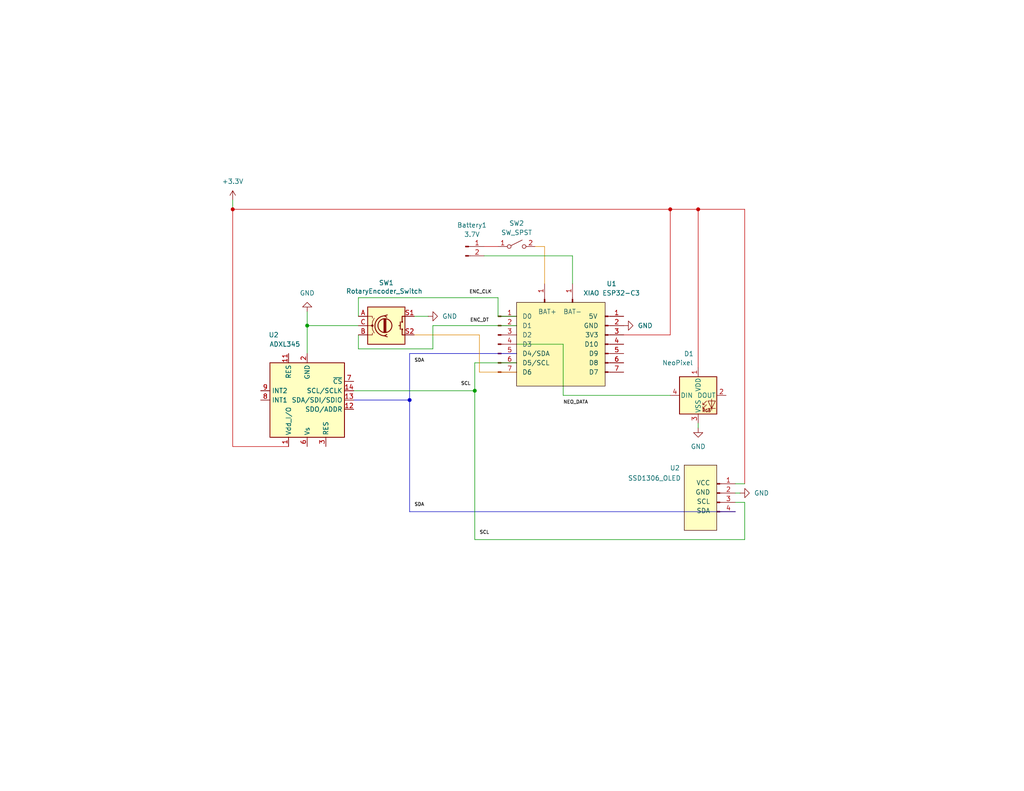
<source format=kicad_sch>
(kicad_sch (version 20250114) (generator "eeschema") (generator_version "9.0")
  (paper "USLetter")
  (title_block (title "Harvest Hustle_Schematic Design") (date "2025-12-02"))
  (lib_symbols
    (symbol "Connector:Conn_01x01_Pin" (pin_names (offset 1.016) (hide yes))
      (property "Reference" "J" (at 0 2.54 0))
      (property "Value" "Conn_01x01_Pin" (at 0 -2.54 0))
      (symbol "Conn_01x01_Pin_1_1"
        (rectangle (start 0.8636 0.127) (end 0 -0.127) (stroke (width 0.1524)) (fill (type outline)))
        (polyline (pts (xy 1.27 0) (xy 0.8636 0)) (stroke (width 0.1524)))
        (pin passive line (at 5.08 0 180) (length 3.81) (name "Pin_1") (number "1"))
      )
    )
    (symbol "Connector:Conn_01x02_Pin" (pin_names (offset 1.016) (hide yes))
      (property "Reference" "J" (at 0 2.54 0))
      (property "Value" "Conn_01x02_Pin" (at 0 -5.08 0))
      (symbol "Conn_01x02_Pin_1_1"
        (rectangle (start 0.8636 0.127) (end 0 -0.127) (stroke (width 0.1524)) (fill (type outline)))
        (rectangle (start 0.8636 -2.413) (end 0 -2.667) (stroke (width 0.1524)) (fill (type outline)))
        (polyline (pts (xy 1.27 0) (xy 0.8636 0)) (stroke (width 0.1524)))
        (polyline (pts (xy 1.27 -2.54) (xy 0.8636 -2.54)) (stroke (width 0.1524)))
        (pin passive line (at 5.08 0 180) (length 3.81) (name "Pin_1") (number "1"))
        (pin passive line (at 5.08 -2.54 180) (length 3.81) (name "Pin_2") (number "2"))
      )
    )
    (symbol "Connector:Conn_01x04_Pin" (pin_names (offset 1.016) (hide yes))
      (property "Reference" "J" (at 0 5.08 0))
      (property "Value" "Conn_01x04_Pin" (at 0 -7.62 0))
      (symbol "Conn_01x04_Pin_1_1"
        (rectangle (start 0.8636 2.667) (end 0 2.413) (stroke (width 0.1524)) (fill (type outline)))
        (rectangle (start 0.8636 0.127) (end 0 -0.127) (stroke (width 0.1524)) (fill (type outline)))
        (rectangle (start 0.8636 -2.413) (end 0 -2.667) (stroke (width 0.1524)) (fill (type outline)))
        (rectangle (start 0.8636 -4.953) (end 0 -5.207) (stroke (width 0.1524)) (fill (type outline)))
        (polyline (pts (xy 1.27 2.54) (xy 0.8636 2.54)) (stroke (width 0.1524)))
        (polyline (pts (xy 1.27 0) (xy 0.8636 0)) (stroke (width 0.1524)))
        (polyline (pts (xy 1.27 -2.54) (xy 0.8636 -2.54)) (stroke (width 0.1524)))
        (polyline (pts (xy 1.27 -5.08) (xy 0.8636 -5.08)) (stroke (width 0.1524)))
        (pin passive line (at 5.08 2.54 180) (length 3.81) (name "Pin_1") (number "1"))
        (pin passive line (at 5.08 0 180) (length 3.81) (name "Pin_2") (number "2"))
        (pin passive line (at 5.08 -2.54 180) (length 3.81) (name "Pin_3") (number "3"))
        (pin passive line (at 5.08 -5.08 180) (length 3.81) (name "Pin_4") (number "4"))
      )
    )
    (symbol "Connector:Conn_01x07_Pin" (pin_names (offset 1.016) (hide yes))
      (property "Reference" "J" (at 0 10.16 0))
      (property "Value" "Conn_01x07_Pin" (at 0 -10.16 0))
      (symbol "Conn_01x07_Pin_1_1"
        (rectangle (start 0.8636 7.747) (end 0 7.493) (stroke (width 0.1524)) (fill (type outline)))
        (rectangle (start 0.8636 5.207) (end 0 4.953) (stroke (width 0.1524)) (fill (type outline)))
        (rectangle (start 0.8636 2.667) (end 0 2.413) (stroke (width 0.1524)) (fill (type outline)))
        (rectangle (start 0.8636 0.127) (end 0 -0.127) (stroke (width 0.1524)) (fill (type outline)))
        (rectangle (start 0.8636 -2.413) (end 0 -2.667) (stroke (width 0.1524)) (fill (type outline)))
        (rectangle (start 0.8636 -4.953) (end 0 -5.207) (stroke (width 0.1524)) (fill (type outline)))
        (rectangle (start 0.8636 -7.493) (end 0 -7.747) (stroke (width 0.1524)) (fill (type outline)))
        (polyline (pts (xy 1.27 7.62) (xy 0.8636 7.62)) (stroke (width 0.1524)))
        (polyline (pts (xy 1.27 5.08) (xy 0.8636 5.08)) (stroke (width 0.1524)))
        (polyline (pts (xy 1.27 2.54) (xy 0.8636 2.54)) (stroke (width 0.1524)))
        (polyline (pts (xy 1.27 0) (xy 0.8636 0)) (stroke (width 0.1524)))
        (polyline (pts (xy 1.27 -2.54) (xy 0.8636 -2.54)) (stroke (width 0.1524)))
        (polyline (pts (xy 1.27 -5.08) (xy 0.8636 -5.08)) (stroke (width 0.1524)))
        (polyline (pts (xy 1.27 -7.62) (xy 0.8636 -7.62)) (stroke (width 0.1524)))
        (pin passive line (at 5.08 7.62 180) (length 3.81) (name "Pin_1") (number "1"))
        (pin passive line (at 5.08 5.08 180) (length 3.81) (name "Pin_2") (number "2"))
        (pin passive line (at 5.08 2.54 180) (length 3.81) (name "Pin_3") (number "3"))
        (pin passive line (at 5.08 0 180) (length 3.81) (name "Pin_4") (number "4"))
        (pin passive line (at 5.08 -2.54 180) (length 3.81) (name "Pin_5") (number "5"))
        (pin passive line (at 5.08 -5.08 180) (length 3.81) (name "Pin_6") (number "6"))
        (pin passive line (at 5.08 -7.62 180) (length 3.81) (name "Pin_7") (number "7"))
      )
    )
    (symbol "Device:RotaryEncoder_Switch" (pin_names (offset 0.254) (hide yes))
      (property "Reference" "SW" (at 0 6.604 0))
      (property "Value" "RotaryEncoder_Switch" (at 0 -6.604 0))
      (symbol "RotaryEncoder_Switch_0_1"
        (rectangle (start -5.08 5.08) (end 5.08 -5.08) (stroke (width 0.254)) (fill (type background)))
        (polyline (pts (xy -5.08 2.54) (xy -3.81 2.54) (xy -3.81 2.032)))
        (polyline (pts (xy -5.08 0) (xy -3.81 0) (xy -3.81 -1.016) (xy -3.302 -2.032)))
        (polyline (pts (xy -5.08 -2.54) (xy -3.81 -2.54) (xy -3.81 -2.032)))
        (polyline (pts (xy -4.318 0) (xy -3.81 0) (xy -3.81 1.016) (xy -3.302 2.032)))
        (circle (center -3.81 0) (radius 0.254) (fill (type outline)))
        (polyline (pts (xy -0.635 -1.778) (xy -0.635 1.778)) (stroke (width 0.254)))
        (circle (center -0.381 0) (radius 1.905) (stroke (width 0.254)))
        (polyline (pts (xy -0.381 -1.778) (xy -0.381 1.778)) (stroke (width 0.254)))
        (arc (start -0.381 -2.794) (mid -3.0988 -0.0635) (end -0.381 2.667) (stroke (width 0.254)))
        (polyline (pts (xy -0.127 1.778) (xy -0.127 -1.778)) (stroke (width 0.254)))
        (polyline (pts (xy 0.254 2.921) (xy -0.508 2.667) (xy 0.127 2.286)) (stroke (width 0.254)))
        (polyline (pts (xy 0.254 -3.048) (xy -0.508 -2.794) (xy 0.127 -2.413)) (stroke (width 0.254)))
        (polyline (pts (xy 3.81 1.016) (xy 3.81 -1.016)) (stroke (width 0.254)))
        (polyline (pts (xy 3.81 0) (xy 3.429 0)) (stroke (width 0.254)))
        (circle (center 4.318 1.016) (radius 0.127) (stroke (width 0.254)))
        (circle (center 4.318 -1.016) (radius 0.127) (stroke (width 0.254)))
        (polyline (pts (xy 5.08 2.54) (xy 4.318 2.54) (xy 4.318 1.016)) (stroke (width 0.254)))
        (polyline (pts (xy 5.08 -2.54) (xy 4.318 -2.54) (xy 4.318 -1.016)) (stroke (width 0.254)))
      )
      (symbol "RotaryEncoder_Switch_1_1"
        (pin passive line (at -7.62 2.54 0) (length 2.54) (name "A") (number "A"))
        (pin passive line (at -7.62 0 0) (length 2.54) (name "C") (number "C"))
        (pin passive line (at -7.62 -2.54 0) (length 2.54) (name "B") (number "B"))
        (pin passive line (at 7.62 2.54 180) (length 2.54) (name "S1") (number "S1"))
        (pin passive line (at 7.62 -2.54 180) (length 2.54) (name "S2") (number "S2"))
      )
    )
    (symbol "LED:WS2812B" (pin_names (offset 0.254))
      (property "Reference" "D" (at 5.08 5.715 0))
      (property "Value" "WS2812B" (at 1.27 -5.715 0))
      (symbol "WS2812B_0_0"
        (text "RGB" (at 2.286 -4.191 0) (effects (font (size 0.762 0.762))))
      )
      (symbol "WS2812B_0_1"
        (polyline (pts (xy 1.27 -2.54) (xy 1.778 -2.54)))
        (polyline (pts (xy 1.27 -3.556) (xy 1.778 -3.556)))
        (polyline (pts (xy 2.286 -1.524) (xy 1.27 -2.54) (xy 1.27 -2.032)))
        (polyline (pts (xy 2.286 -2.54) (xy 1.27 -3.556) (xy 1.27 -3.048)))
        (polyline (pts (xy 3.683 -1.016) (xy 3.683 -3.556) (xy 3.683 -4.064)))
        (polyline (pts (xy 4.699 -1.524) (xy 2.667 -1.524) (xy 3.683 -3.556) (xy 4.699 -1.524)))
        (polyline (pts (xy 4.699 -3.556) (xy 2.667 -3.556)))
        (rectangle (start 5.08 5.08) (end -5.08 -5.08) (stroke (width 0.254)) (fill (type background)))
      )
      (symbol "WS2812B_1_1"
        (pin input line (at -7.62 0 0) (length 2.54) (name "DIN") (number "4"))
        (pin power_in line (at 0 7.62 270) (length 2.54) (name "VDD") (number "1"))
        (pin power_in line (at 0 -7.62 90) (length 2.54) (name "VSS") (number "3"))
        (pin output line (at 7.62 0 180) (length 2.54) (name "DOUT") (number "2"))
      )
    )
    (symbol "Sensor_Motion:ADXL343"
      (property "Reference" "U" (at -8.89 11.43 0))
      (property "Value" "ADXL343" (at -7.62 -11.43 0))
      (symbol "ADXL343_0_1"
        (rectangle (start -10.16 10.16) (end 10.16 -10.16) (stroke (width 0.254)) (fill (type background)))
      )
      (symbol "ADXL343_1_1"
        (pin bidirectional line (at -12.7 2.54 0) (length 2.54) (name "SDO/ADDR") (number "12"))
        (pin bidirectional line (at -12.7 0 0) (length 2.54) (name "SDA/SDI/SDIO") (number "13"))
        (pin input line (at -12.7 -2.54 0) (length 2.54) (name "SCL/SCLK") (number "14"))
        (pin input line (at -12.7 -5.08 0) (length 2.54) (name "~{CS}") (number "7"))
        (pin passive line (at -5.08 12.7 270) (length 2.54) (name "RES") (number "3"))
        (pin no_connect line (at -5.08 -10.16 90) (length 2.54) (hide yes) (name "NC") (number "10"))
        (pin power_in line (at 0 12.7 270) (length 2.54) (name "Vs") (number "6"))
        (pin power_in line (at 0 -12.7 90) (length 2.54) (name "GND") (number "2"))
        (pin passive line (at 0 -12.7 90) (length 2.54) (hide yes) (name "GND") (number "4"))
        (pin passive line (at 0 -12.7 90) (length 2.54) (hide yes) (name "GND") (number "5"))
        (pin power_in line (at 5.08 12.7 270) (length 2.54) (name "Vdd_I/O") (number "1"))
        (pin passive line (at 5.08 -12.7 90) (length 2.54) (name "RES") (number "11"))
        (pin output line (at 12.7 0 180) (length 2.54) (name "INT1") (number "8"))
        (pin output line (at 12.7 -2.54 180) (length 2.54) (name "INT2") (number "9"))
      )
    )
    (symbol "Switch:SW_SPST" (pin_names (offset 0) (hide yes))
      (property "Reference" "SW" (at 0 3.175 0))
      (property "Value" "SW_SPST" (at 0 -2.54 0))
      (symbol "SW_SPST_0_0"
        (circle (center -2.032 0) (radius 0.508))
        (polyline (pts (xy -1.524 0.254) (xy 1.524 1.778)))
        (circle (center 2.032 0) (radius 0.508))
      )
      (symbol "SW_SPST_1_1"
        (pin passive line (at -5.08 0 0) (length 2.54) (name "A") (number "1"))
        (pin passive line (at 5.08 0 180) (length 2.54) (name "B") (number "2"))
      )
    )
    (symbol "power:+3.3V" (power) (pin_numbers (hide yes)) (pin_names (offset 0) (hide yes))
      (property "Value" "+3.3V" (at 0 3.556 0))
      (symbol "+3.3V_0_1"
        (polyline (pts (xy -0.762 1.27) (xy 0 2.54)))
        (polyline (pts (xy 0 2.54) (xy 0.762 1.27)))
        (polyline (pts (xy 0 0) (xy 0 2.54)))
      )
      (symbol "+3.3V_1_1"
        (pin power_in line (at 0 0 90) (length 0) (name "~") (number "1"))
      )
    )
    (symbol "power:GND" (power) (pin_numbers (hide yes)) (pin_names (offset 0) (hide yes))
      (property "Value" "GND" (at 0 -3.81 0))
      (symbol "GND_0_1"
        (polyline (pts (xy 0 0) (xy 0 -1.27) (xy 1.27 -1.27) (xy 0 -2.54) (xy -1.27 -1.27) (xy 0 -1.27)))
      )
      (symbol "GND_1_1"
        (pin power_in line (at 0 0 270) (length 0) (name "~") (number "1"))
      )
    )
  )
  (rectangle (start 195.58 127) (end 186.69 144.78) (stroke (width 0) (color 72 0 0 1)) (fill (type color) (color 255 255 194 1)))
  (rectangle (start 140.97 82.55) (end 165.1 105.41) (stroke (width 0) (color 52 0 0 1)) (fill (type color) (color 255 249 182 1)))
  (text "D3" (at 142.494 94.234 0) (effects (font (size 1.27 1.27)) (justify left)))
  (text "GND" (at 193.802 134.62 0) (effects (font (size 1.27 1.27)) (justify right)))
  (text "D4/SDA" (at 142.494 96.774 0) (effects (font (size 1.27 1.27)) (justify left)))
  (text "3V3" (at 163.322 91.694 0) (effects (font (size 1.27 1.27)) (justify right)))
  (text "D10" (at 163.322 94.234 0) (effects (font (size 1.27 1.27)) (justify right)))
  (text "D5/SCL\n" (at 142.494 99.314 0) (effects (font (size 1.27 1.27)) (justify left)))
  (text "5V" (at 163.068 86.614 0) (effects (font (size 1.27 1.27)) (justify right)))
  (text "GND" (at 163.322 89.154 0) (effects (font (size 1.27 1.27)) (justify right)))
  (text "D2\n" (at 142.494 91.694 0) (effects (font (size 1.27 1.27)) (justify left)))
  (text "VCC" (at 193.802 132.08 0) (effects (font (size 1.27 1.27)) (justify right)))
  (text "SDA" (at 193.802 139.7 0) (effects (font (size 1.27 1.27)) (justify right)))
  (text "D9" (at 163.322 96.774 0) (effects (font (size 1.27 1.27)) (justify right)))
  (text "SCL" (at 193.802 137.16 0) (effects (font (size 1.27 1.27)) (justify right)))
  (text "D0" (at 142.494 86.614 0) (effects (font (size 1.27 1.27)) (justify left)))
  (text "D7" (at 163.322 101.854 0) (effects (font (size 1.27 1.27)) (justify right)))
  (text "D6" (at 142.494 101.854 0) (effects (font (size 1.27 1.27)) (justify left)))
  (text "D8" (at 163.322 99.314 0) (effects (font (size 1.27 1.27)) (justify right)))
  (text "BAT+" (at 146.812 85.344 0) (effects (font (size 1.27 1.27)) (justify left)))
  (text "D1" (at 142.494 89.154 0) (effects (font (size 1.27 1.27)) (justify left)))
  (text "BAT-\n" (at 153.67 85.344 0) (effects (font (size 1.27 1.27)) (justify left)))
  (junction (at 129.54 106.68))
  (junction (at 63.5 57.15) (color 194 0 0 1))
  (junction (at 83.82 88.9))
  (junction (at 182.88 57.15) (color 194 0 0 1))
  (junction (at 190.5 57.15) (color 194 0 0 1))
  (junction (at 111.76 109.22) (color 0 0 194 1))
  (wire (pts (xy 130.81 91.44) (xy 130.81 101.6)) (stroke (width 0) (color 221 133 0 1)))
  (wire (pts (xy 200.66 134.62) (xy 201.93 134.62)))
  (wire (pts (xy 130.81 101.6) (xy 140.97 101.6)) (stroke (width 0) (color 221 133 0 1)))
  (wire (pts (xy 182.88 91.44) (xy 170.18 91.44)) (stroke (width 0) (color 194 0 0 1)))
  (wire (pts (xy 135.89 86.36) (xy 140.97 86.36)))
  (wire (pts (xy 200.66 132.08) (xy 203.2 132.08)))
  (wire (pts (xy 129.54 147.32) (xy 129.54 106.68)))
  (wire (pts (xy 182.88 107.95) (xy 153.67 107.95)))
  (wire (pts (xy 63.5 57.15) (xy 182.88 57.15)) (stroke (width 0) (color 194 0 0 1)))
  (wire (pts (xy 83.82 88.9) (xy 83.82 96.52)))
  (wire (pts (xy 96.52 109.22) (xy 111.76 109.22)) (stroke (width 0) (color 0 0 194 1)))
  (wire (pts (xy 203.2 57.15) (xy 203.2 132.08)) (stroke (width 0) (color 194 0 0 1)))
  (wire (pts (xy 190.5 115.57) (xy 190.5 116.84)))
  (wire (pts (xy 63.5 54.61) (xy 63.5 57.15)))
  (wire (pts (xy 111.76 139.7) (xy 200.66 139.7)) (stroke (width 0) (color 0 0 194 1)))
  (wire (pts (xy 118.11 95.25) (xy 97.79 95.25)))
  (wire (pts (xy 148.59 67.31) (xy 148.59 77.47)) (stroke (width 0) (color 221 133 0 1)))
  (wire (pts (xy 97.79 95.25) (xy 97.79 91.44)))
  (wire (pts (xy 146.05 67.31) (xy 148.59 67.31)) (stroke (width 0) (color 221 133 0 1)))
  (wire (pts (xy 140.97 88.9) (xy 118.11 88.9)))
  (wire (pts (xy 118.11 88.9) (xy 118.11 95.25)))
  (wire (pts (xy 190.5 57.15) (xy 190.5 100.33)) (stroke (width 0) (color 194 0 0 1)))
  (wire (pts (xy 83.82 85.09) (xy 83.82 88.9)))
  (wire (pts (xy 135.89 81.28) (xy 135.89 86.36)))
  (wire (pts (xy 132.08 69.85) (xy 156.21 69.85)))
  (wire (pts (xy 203.2 147.32) (xy 129.54 147.32)))
  (wire (pts (xy 200.66 137.16) (xy 203.2 137.16)))
  (wire (pts (xy 153.67 107.95) (xy 153.67 93.98)))
  (wire (pts (xy 182.88 57.15) (xy 190.5 57.15)) (stroke (width 0) (color 194 0 0 1)))
  (wire (pts (xy 97.79 81.28) (xy 135.89 81.28)))
  (wire (pts (xy 78.74 121.92) (xy 63.5 121.92)) (stroke (width 0) (color 194 0 0 1)))
  (wire (pts (xy 97.79 81.28) (xy 97.79 86.36)))
  (wire (pts (xy 156.21 69.85) (xy 156.21 77.47)))
  (wire (pts (xy 129.54 99.06) (xy 129.54 106.68)))
  (wire (pts (xy 111.76 109.22) (xy 111.76 139.7)) (stroke (width 0) (color 0 0 194 1)))
  (wire (pts (xy 111.76 109.22) (xy 111.76 96.52)) (stroke (width 0) (color 0 0 194 1)))
  (wire (pts (xy 129.54 106.68) (xy 96.52 106.68)))
  (wire (pts (xy 140.97 99.06) (xy 129.54 99.06)))
  (wire (pts (xy 113.03 86.36) (xy 116.84 86.36)))
  (wire (pts (xy 190.5 57.15) (xy 203.2 57.15)) (stroke (width 0) (color 194 0 0 1)))
  (wire (pts (xy 111.76 96.52) (xy 140.97 96.52)) (stroke (width 0) (color 0 0 194 1)))
  (wire (pts (xy 153.67 93.98) (xy 140.97 93.98)))
  (wire (pts (xy 203.2 137.16) (xy 203.2 147.32)))
  (wire (pts (xy 63.5 57.15) (xy 63.5 121.92)) (stroke (width 0) (color 194 0 0 1)))
  (wire (pts (xy 132.08 67.31) (xy 135.89 67.31)) (stroke (width 0) (color 194 0 0 1)))
  (wire (pts (xy 83.82 88.9) (xy 97.79 88.9)))
  (wire (pts (xy 113.03 91.44) (xy 130.81 91.44)) (stroke (width 0) (color 221 133 0 1)))
  (wire (pts (xy 182.88 57.15) (xy 182.88 91.44)) (stroke (width 0) (color 194 0 0 1)))
  (label "NEO_DATA" (at 153.67 110.49 0) (effects (font (size 0.9144 0.9144))))
  (label "SDA" (at 113.03 99.06 0) (effects (font (size 0.9144 0.9144))))
  (label "SDA" (at 113.03 138.43 0) (effects (font (size 0.9144 0.9144))))
  (label "ENC_CLK" (at 128.0248 80.3706 0) (effects (font (size 0.9144 0.9144))))
  (label "ENC_DT" (at 128.239 88.082 0) (effects (font (size 0.9144 0.9144))))
  (label "SCL" (at 130.81 146.05 0) (effects (font (size 0.9144 0.9144))))
  (label "SCL" (at 125.73 105.41 0) (effects (font (size 0.9144 0.9144))))
  (symbol (lib_id "Switch:SW_SPST") (at 140.97 67.31 0) (unit 1)
    (property "Reference" "SW2" (at 140.97 60.96 0))
    (property "Value" "SW_SPST" (at 140.97 63.5 0))
    (property "Description" "Single Pole Single Throw (SPST) switch" (effects (hide yes)))
  )
  (symbol (lib_id "Connector:Conn_01x04_Pin") (at 195.58 134.62 0) (unit 1)
    (property "Reference" "U2" (at 184.15 127.762 0))
    (property "Value" "SSD1306_OLED" (at 178.562 130.556 0))
    (property "Description" "Generic connector, single row, 01x04, script generated" (effects (hide yes)))
  )
  (symbol (lib_id "Sensor_Motion:ADXL343") (at 83.82 109.22 180) (unit 1)
    (property "Reference" "U2" (at 74.676 91.44 0))
    (property "Value" "ADXL345" (at 77.724 93.98 0))
    (property "Footprint" "Package_LGA:LGA-14_3x5mm_P0.8mm_LayoutBorder1x6y" (effects (hide yes)))
    (property "Datasheet" "https://www.analog.com/media/en/technical-documentation/data-sheets/ADXL343.pdf" (effects (hide yes)))
    (property "Description" "3-Axis MEMS Accelerometer, 2/4/8/16g range, I2C/SPI, LGA-14" (effects (hide yes)))
  )
  (symbol (lib_id "power:GND") (at 190.5 116.84 0) (unit 1)
    (property "Reference" "#PWR05" (effects (hide yes)))
    (property "Value" "GND" (at 190.5 121.92 0))
    (property "Description" "Power symbol creates a global label with name \"GND\" , ground" (effects (hide yes)))
  )
  (symbol (lib_id "Connector:Conn_01x01_Pin") (at 148.59 82.55 90) (unit 1)
    (property "Reference" "J1" (effects (hide yes)))
    (property "Value" "Conn_01x01_Pin" (effects (hide yes)))
    (property "Description" "Generic connector, single row, 01x01, script generated" (effects (hide yes)))
  )
  (symbol (lib_id "power:GND") (at 170.18 88.9 90) (unit 1)
    (property "Reference" "#PWR02" (effects (hide yes)))
    (property "Value" "GND" (at 173.99 88.8999 90) (effects (justify right)))
    (property "Description" "Power symbol creates a global label with name \"GND\" , ground" (effects (hide yes)))
  )
  (symbol (lib_id "Connector:Conn_01x01_Pin") (at 156.21 82.55 90) (unit 1)
    (property "Reference" "J2" (effects (hide yes)))
    (property "Value" "Conn_01x01_Pin" (effects (hide yes)))
    (property "Description" "Generic connector, single row, 01x01, script generated" (effects (hide yes)))
  )
  (symbol (lib_id "Connector:Conn_01x02_Pin") (at 127 67.31 0) (unit 1)
    (property "Reference" "Battery1" (at 128.778 61.468 0))
    (property "Value" "3.7V" (at 128.778 64.008 0))
    (property "Footprint" "Battery" (effects (hide yes)))
    (property "Description" "Generic connector, single row, 01x02, script generated" (effects (hide yes)))
  )
  (symbol (lib_id "power:GND") (at 116.84 86.36 90) (unit 1)
    (property "Reference" "#PWR04" (effects (hide yes)))
    (property "Value" "GND" (at 120.65 86.3599 90) (effects (justify right)))
    (property "Description" "Power symbol creates a global label with name \"GND\" , ground" (effects (hide yes)))
  )
  (symbol (lib_id "Device:RotaryEncoder_Switch") (at 105.41 88.9 0) (unit 1)
    (property "Reference" "SW1" (at 105.41 77.216 0))
    (property "Value" "RotaryEncoder_Switch" (at 115.316 79.502 0) (effects (justify right)))
    (property "Description" "Rotary encoder, dual channel, incremental quadrate outputs, with switch" (effects (hide yes)))
  )
  (symbol (lib_id "Connector:Conn_01x07_Pin") (at 165.1 93.98 0) (unit 1)
    (property "Reference" "U1" (at 166.878 77.47 0))
    (property "Value" "XIAO ESP32-C3" (at 166.878 80.01 0))
    (property "Description" "Generic connector, single row, 01x07, script generated" (effects (hide yes)))
  )
  (symbol (lib_id "power:GND") (at 201.93 134.62 90) (unit 1)
    (property "Reference" "#PWR06" (effects (hide yes)))
    (property "Value" "GND" (at 205.74 134.6199 90) (effects (justify right)))
    (property "Description" "Power symbol creates a global label with name \"GND\" , ground" (effects (hide yes)))
  )
  (symbol (lib_id "power:+3.3V") (at 63.5 54.61 0) (unit 1)
    (property "Reference" "#PWR01" (effects (hide yes)))
    (property "Value" "+3.3V" (at 63.5 49.53 0))
    (property "Description" "Power symbol creates a global label with name \"+3.3V\"" (effects (hide yes)))
  )
  (symbol (lib_id "power:GND") (at 83.82 85.09 180) (unit 1)
    (property "Reference" "#PWR03" (effects (hide yes)))
    (property "Value" "GND" (at 83.82 80.01 0))
    (property "Description" "Power symbol creates a global label with name \"GND\" , ground" (effects (hide yes)))
  )
  (symbol (lib_id "Connector:Conn_01x07_Pin") (at 135.89 93.98 0) (unit 1)
    (property "Reference" "U1" (effects (hide yes)))
    (property "Value" "XIAO ESP32-C3" (effects (hide yes)))
    (property "Description" "Generic connector, single row, 01x07, script generated" (effects (hide yes)))
  )
  (symbol (lib_id "LED:WS2812B") (at 190.5 107.95 0) (unit 1)
    (property "Reference" "D1" (at 187.96 96.5902 0))
    (property "Value" "NeoPixel" (at 184.912 99.06 0))
    (property "Footprint" "LED_SMD:LED_WS2812B_PLCC4_5.0x5.0mm_P3.2mm" (effects (hide yes)))
    (property "Datasheet" "https://cdn-shop.adafruit.com/datasheets/WS2812B.pdf" (effects (hide yes)))
    (property "Description" "RGB LED with integrated controller" (effects (hide yes)))
  )
)
</source>
